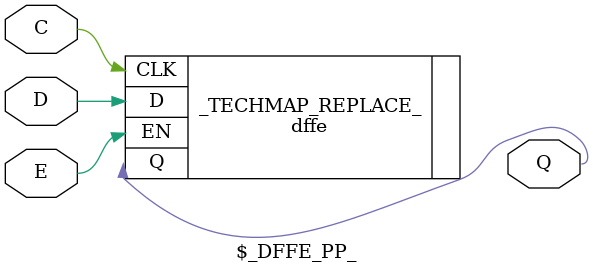
<source format=v>
module \$_DFF_N_ (D, Q, C);
  input D;
  input C;
  output Q;
  wire C_INV;
  inv clkinv (.Q(C_INV), .A(C));
  dff tmpdff (.Q(Q), .D(D), .CLK(C_INV));
endmodule

module \$_DFF_P_ (D, Q, C);
  input D;
  input C;
  output Q;
  dff _TECHMAP_REPLACE_ (.Q(Q), .D(D), .CLK(C));
endmodule

module \$_DFF_NN0_ (D, Q, C, R);
  input D;
  input C;
  input R;
  output Q;
  wire C_INV;
  inv clkinv (.Q(C_INV), .A(C));
  wire R_INV;
  inv clrinv (.Q(R_INV), .A(R));
  dffc tmpdffc (.Q(Q), .D(D), .CLK(C_INV), .CLR(R_INV));
endmodule

module \$_DFF_NN1_ (D, Q, C, R);
  input D;
  input C;
  input R;
  output Q;
  wire C_INV;
  inv clkinv (.Q(C_INV), .A(C));
  wire R_INV;
  inv preinv (.Q(R_INV), .A(R));
  dffp tmpdffp (.Q(Q), .D(D), .CLK(C_INV), .PRE(R_INV));
endmodule

module \$_DFF_NP0_ (D, Q, C, R);
  input D;
  input C;
  input R;
  output Q;
  wire C_INV;
  inv clkinv (.Q(C_INV), .A(C));
  dffc tmpdffc (.Q(Q), .D(D), .CLK(C_INV), .CLR(R));
endmodule

module \$_DFF_NP1_ (D, Q, C, R);
  input D;
  input C;
  input R;
  output Q;
  wire C_INV;
  inv clkinv (.Q(C_INV), .A(C));
  dffp tmpdffp (.Q(Q), .D(D), .CLK(C_INV), .PRE(R));
endmodule

module \$_DFF_PN0_ (D, Q, C, R);
  input D;
  input C;
  input R;
  output Q;
  wire R_INV;
  inv preinv (.Q(R_INV), .A(R));
  dffc tmpdffc (.Q(Q), .D(D), .CLK(C), .CLR(R_INV));
endmodule

module \$_DFF_PN1_ (D, Q, C, R);
  input D;
  input C;
  input R;
  output Q;
  wire R_INV;
  inv preinv (.Q(R_INV), .A(R));
  dffp tmpdffp (.Q(Q), .D(D), .CLK(C), .PRE(R_INV));
endmodule

module \$_DFF_PP0_ (D, Q, C, R);
  input D;
  input C;
  input R;
  output Q;
  dffc _TECHMAP_REPLACE_ (.Q(Q), .D(D), .CLK(C), .CLR(R));
endmodule

module \$_DFF_PP1_ (D, Q, C, R);
  input D;
  input C;
  input R;
  output Q;
  dffp _TECHMAP_REPLACE_ (.Q(Q), .D(D), .CLK(C), .PRE(R));
endmodule

module \$_DFFSR_NPP_ (D, Q, C, R, S);
  input D;
  input C;
  input R;
  input S;
  output Q;
  wire C_INV;
  inv clkinv (.Q(C_INV), .A(C));
  dffpc tmpdffpc (.Q(Q), .D(D), .CLK(C_INV), .CLR(R), .PRE(S));
endmodule

module \$_DFFSR_PPP_ (D, Q, C, R, S);
  input D;
  input C;
  input R;
  input S;
  output Q;
  dffpc tmpdffpc (.Q(Q), .D(D), .CLK(C), .CLR(R), .PRE(S));
endmodule

module \$_DFFE_NN_ (D, Q, C, E);
  input  D;
  output Q;
  input  C;
  input  E;

  wire C_INV;
  \$_NOT_ clkinv (.Y(C_INV), .A(C));
  wire E_INV;
  \$_NOT_ enainv (.Y(E_INV), .A(E));

  dffe _TECHMAP_REPLACE_ (.CLK(C_INV), .D(D), .EN(E_INV), .Q(Q));
endmodule

module \$_DFFE_NP_ (D, Q, C, E);
  input  D;
  output Q;
  input  C;
  input  E;

  wire C_INV;
  \$_NOT_ clkinv (.Y(C_INV), .A(C));

  dffe _TECHMAP_REPLACE_ (.CLK(C_INV), .D(D), .EN(E), .Q(Q));
endmodule

module \$_DFFE_PN_ (D, Q, C, E);
  input  D;
  output Q;
  input  C;
  input  E;

  wire E_INV;
  \$_NOT_ enainv (.Y(E_INV), .A(E));

  dffe _TECHMAP_REPLACE_ (.CLK(C), .D(D), .EN(E_INV), .Q(Q));
endmodule

module \$_DFFE_PP_ (D, Q, C, E);
  input  D;
  output Q;
  input  C;
  input  E;

  dffe _TECHMAP_REPLACE_ (.CLK(C), .D(D), .EN(E), .Q(Q));
endmodule

</source>
